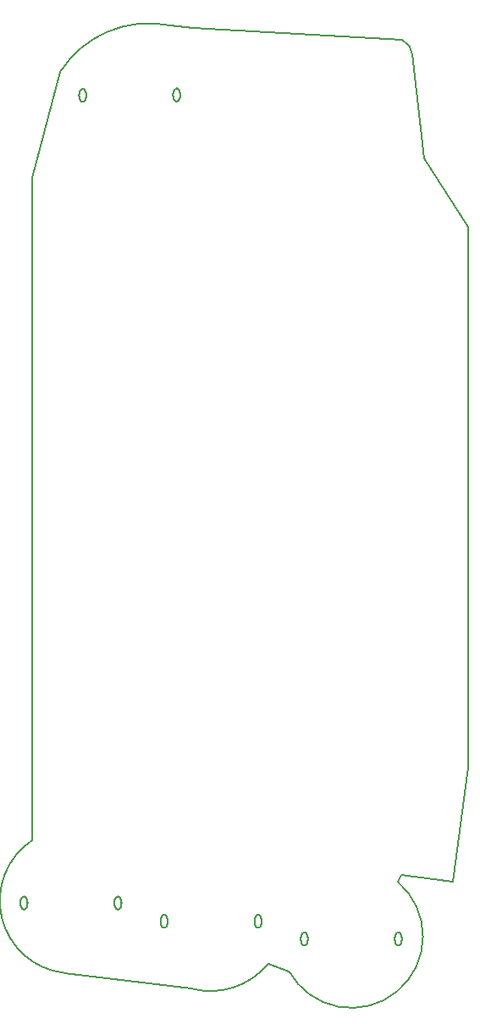
<source format=gbr>
G04 DipTrace 3.2.0.1*
G04 BoardOutline.gbr*
%MOIN*%
G04 #@! TF.FileFunction,Profile*
G04 #@! TF.Part,Single*
%ADD11C,0.005512*%
%FSLAX26Y26*%
G04*
G70*
G90*
G75*
G01*
G04 BoardOutline*
%LPD*%
X2239241Y2658000D2*
D11*
Y1341000D1*
X2179241Y891000D1*
X1975241Y918000D1*
X1960241Y891000D1*
G02X1532241Y539000I-181686J-215291D01*
G01*
X1450241Y567000D1*
G02X1149241Y470000I-226568J187545D01*
G01*
X647241Y532000D1*
G02X520241Y1053000I32523J283907D01*
G01*
Y3660000D1*
X632241Y4079000D1*
G02X1063241Y4261000I349006J-225159D01*
G01*
X1155241Y4250000D1*
X1978241Y4203000D1*
G02X2017241Y4149000I-23472J-58035D01*
G01*
X2065241Y3738000D1*
X2239241Y3468000D1*
Y2658000D1*
X1076241Y3987500D2*
X1076275Y3989279D1*
X1076377Y3991049D1*
X1076547Y3992802D1*
X1076783Y3994529D1*
X1077085Y3996222D1*
X1077451Y3997872D1*
X1077879Y3999472D1*
X1078368Y4001013D1*
X1078915Y4002489D1*
X1079516Y4003891D1*
X1080170Y4005214D1*
X1080873Y4006450D1*
X1081621Y4007594D1*
X1082412Y4008641D1*
X1083241Y4009584D1*
X1084104Y4010419D1*
X1084996Y4011143D1*
X1085915Y4011752D1*
X1086854Y4012243D1*
X1087810Y4012613D1*
X1088777Y4012860D1*
X1089752Y4012985D1*
X1090729D1*
X1091704Y4012860D1*
X1092672Y4012613D1*
X1093628Y4012243D1*
X1094567Y4011752D1*
X1095485Y4011143D1*
X1096378Y4010419D1*
X1097241Y4009584D1*
X1098069Y4008641D1*
X1098860Y4007594D1*
X1099609Y4006450D1*
X1100312Y4005214D1*
X1100965Y4003891D1*
X1101567Y4002489D1*
X1102113Y4001013D1*
X1102602Y3999472D1*
X1103030Y3997872D1*
X1103396Y3996222D1*
X1103698Y3994529D1*
X1103935Y3992802D1*
X1104104Y3991049D1*
X1104207Y3989279D1*
X1104241Y3987500D1*
X1104207Y3985721D1*
X1104104Y3983951D1*
X1103935Y3982198D1*
X1103698Y3980471D1*
X1103396Y3978779D1*
X1103030Y3977128D1*
X1102602Y3975529D1*
X1102113Y3973987D1*
X1101567Y3972512D1*
X1100965Y3971109D1*
X1100312Y3969786D1*
X1099609Y3968550D1*
X1098860Y3967406D1*
X1098069Y3966360D1*
X1097241Y3965417D1*
X1096378Y3964581D1*
X1095485Y3963857D1*
X1094567Y3963248D1*
X1093628Y3962758D1*
X1092672Y3962388D1*
X1091704Y3962140D1*
X1090729Y3962016D1*
X1089752D1*
X1088777Y3962140D1*
X1087810Y3962388D1*
X1086854Y3962758D1*
X1085915Y3963248D1*
X1084996Y3963857D1*
X1084104Y3964581D1*
X1083241Y3965417D1*
X1082412Y3966360D1*
X1081621Y3967406D1*
X1080873Y3968550D1*
X1080170Y3969786D1*
X1079516Y3971109D1*
X1078915Y3972512D1*
X1078368Y3973987D1*
X1077879Y3975529D1*
X1077451Y3977128D1*
X1077085Y3978779D1*
X1076783Y3980471D1*
X1076547Y3982198D1*
X1076377Y3983951D1*
X1076275Y3985721D1*
X1076241Y3987500D1*
X706241Y3986500D2*
X706275Y3988279D1*
X706377Y3990049D1*
X706547Y3991802D1*
X706783Y3993529D1*
X707085Y3995222D1*
X707451Y3996872D1*
X707879Y3998472D1*
X708368Y4000013D1*
X708915Y4001489D1*
X709516Y4002891D1*
X710170Y4004214D1*
X710873Y4005450D1*
X711621Y4006594D1*
X712412Y4007641D1*
X713241Y4008584D1*
X714104Y4009419D1*
X714996Y4010143D1*
X715915Y4010752D1*
X716854Y4011243D1*
X717810Y4011613D1*
X718777Y4011860D1*
X719752Y4011985D1*
X720729D1*
X721704Y4011860D1*
X722672Y4011613D1*
X723628Y4011243D1*
X724567Y4010752D1*
X725485Y4010143D1*
X726378Y4009419D1*
X727241Y4008584D1*
X728069Y4007641D1*
X728860Y4006594D1*
X729609Y4005450D1*
X730312Y4004214D1*
X730965Y4002891D1*
X731567Y4001489D1*
X732113Y4000013D1*
X732602Y3998472D1*
X733030Y3996872D1*
X733396Y3995222D1*
X733698Y3993529D1*
X733935Y3991802D1*
X734104Y3990049D1*
X734207Y3988279D1*
X734241Y3986500D1*
X734207Y3984721D1*
X734104Y3982951D1*
X733935Y3981198D1*
X733698Y3979471D1*
X733396Y3977779D1*
X733030Y3976128D1*
X732602Y3974529D1*
X732113Y3972987D1*
X731567Y3971512D1*
X730965Y3970109D1*
X730312Y3968786D1*
X729609Y3967550D1*
X728860Y3966406D1*
X728069Y3965360D1*
X727241Y3964417D1*
X726378Y3963581D1*
X725485Y3962857D1*
X724567Y3962248D1*
X723628Y3961758D1*
X722672Y3961388D1*
X721704Y3961140D1*
X720729Y3961016D1*
X719752D1*
X718777Y3961140D1*
X717810Y3961388D1*
X716854Y3961758D1*
X715915Y3962248D1*
X714996Y3962857D1*
X714104Y3963581D1*
X713241Y3964417D1*
X712412Y3965360D1*
X711621Y3966406D1*
X710873Y3967550D1*
X710170Y3968786D1*
X709516Y3970109D1*
X708915Y3971512D1*
X708368Y3972987D1*
X707879Y3974529D1*
X707451Y3976128D1*
X707085Y3977779D1*
X706783Y3979471D1*
X706547Y3981198D1*
X706377Y3982951D1*
X706275Y3984721D1*
X706241Y3986500D1*
X845241Y807500D2*
X845275Y809279D1*
X845377Y811049D1*
X845547Y812802D1*
X845783Y814529D1*
X846085Y816222D1*
X846451Y817872D1*
X846879Y819472D1*
X847368Y821013D1*
X847915Y822489D1*
X848516Y823891D1*
X849170Y825214D1*
X849873Y826450D1*
X850621Y827594D1*
X851412Y828641D1*
X852241Y829584D1*
X853104Y830419D1*
X853996Y831143D1*
X854915Y831752D1*
X855854Y832243D1*
X856810Y832613D1*
X857777Y832860D1*
X858752Y832985D1*
X859729D1*
X860704Y832860D1*
X861672Y832613D1*
X862628Y832243D1*
X863567Y831752D1*
X864485Y831143D1*
X865378Y830419D1*
X866241Y829584D1*
X867069Y828641D1*
X867860Y827594D1*
X868609Y826450D1*
X869312Y825214D1*
X869965Y823891D1*
X870567Y822489D1*
X871113Y821013D1*
X871602Y819472D1*
X872030Y817872D1*
X872396Y816222D1*
X872698Y814529D1*
X872935Y812802D1*
X873104Y811049D1*
X873207Y809279D1*
X873241Y807500D1*
X873207Y805721D1*
X873104Y803951D1*
X872935Y802198D1*
X872698Y800471D1*
X872396Y798779D1*
X872030Y797128D1*
X871602Y795529D1*
X871113Y793987D1*
X870567Y792512D1*
X869965Y791109D1*
X869312Y789786D1*
X868609Y788550D1*
X867860Y787406D1*
X867069Y786360D1*
X866241Y785417D1*
X865378Y784581D1*
X864485Y783857D1*
X863567Y783248D1*
X862628Y782758D1*
X861672Y782388D1*
X860704Y782140D1*
X859729Y782016D1*
X858752D1*
X857777Y782140D1*
X856810Y782388D1*
X855854Y782758D1*
X854915Y783248D1*
X853996Y783857D1*
X853104Y784581D1*
X852241Y785417D1*
X851412Y786360D1*
X850621Y787406D1*
X849873Y788550D1*
X849170Y789786D1*
X848516Y791109D1*
X847915Y792512D1*
X847368Y793987D1*
X846879Y795529D1*
X846451Y797128D1*
X846085Y798779D1*
X845783Y800471D1*
X845547Y802198D1*
X845377Y803951D1*
X845275Y805721D1*
X845241Y807500D1*
X475241D2*
X475275Y809279D1*
X475377Y811049D1*
X475547Y812802D1*
X475783Y814529D1*
X476085Y816222D1*
X476451Y817872D1*
X476879Y819472D1*
X477368Y821013D1*
X477915Y822489D1*
X478516Y823891D1*
X479170Y825214D1*
X479873Y826450D1*
X480621Y827594D1*
X481412Y828641D1*
X482241Y829584D1*
X483104Y830419D1*
X483996Y831143D1*
X484915Y831752D1*
X485854Y832243D1*
X486810Y832613D1*
X487777Y832860D1*
X488752Y832985D1*
X489729D1*
X490704Y832860D1*
X491672Y832613D1*
X492628Y832243D1*
X493567Y831752D1*
X494485Y831143D1*
X495378Y830419D1*
X496241Y829584D1*
X497069Y828641D1*
X497860Y827594D1*
X498609Y826450D1*
X499312Y825214D1*
X499965Y823891D1*
X500567Y822489D1*
X501113Y821013D1*
X501602Y819472D1*
X502030Y817872D1*
X502396Y816222D1*
X502698Y814529D1*
X502935Y812802D1*
X503104Y811049D1*
X503207Y809279D1*
X503241Y807500D1*
X503207Y805721D1*
X503104Y803951D1*
X502935Y802198D1*
X502698Y800471D1*
X502396Y798779D1*
X502030Y797128D1*
X501602Y795529D1*
X501113Y793987D1*
X500567Y792512D1*
X499965Y791109D1*
X499312Y789786D1*
X498609Y788550D1*
X497860Y787406D1*
X497069Y786360D1*
X496241Y785417D1*
X495378Y784581D1*
X494485Y783857D1*
X493567Y783248D1*
X492628Y782758D1*
X491672Y782388D1*
X490704Y782140D1*
X489729Y782016D1*
X488752D1*
X487777Y782140D1*
X486810Y782388D1*
X485854Y782758D1*
X484915Y783248D1*
X483996Y783857D1*
X483104Y784581D1*
X482241Y785417D1*
X481412Y786360D1*
X480621Y787406D1*
X479873Y788550D1*
X479170Y789786D1*
X478516Y791109D1*
X477915Y792512D1*
X477368Y793987D1*
X476879Y795529D1*
X476451Y797128D1*
X476085Y798779D1*
X475783Y800471D1*
X475547Y802198D1*
X475377Y803951D1*
X475275Y805721D1*
X475241Y807500D1*
X1949241Y666500D2*
X1949275Y668279D1*
X1949377Y670049D1*
X1949547Y671802D1*
X1949783Y673529D1*
X1950085Y675222D1*
X1950451Y676872D1*
X1950879Y678472D1*
X1951368Y680013D1*
X1951915Y681489D1*
X1952516Y682891D1*
X1953170Y684214D1*
X1953873Y685450D1*
X1954621Y686594D1*
X1955412Y687641D1*
X1956241Y688584D1*
X1957104Y689419D1*
X1957996Y690143D1*
X1958915Y690752D1*
X1959854Y691243D1*
X1960810Y691613D1*
X1961777Y691860D1*
X1962752Y691985D1*
X1963729D1*
X1964704Y691860D1*
X1965672Y691613D1*
X1966628Y691243D1*
X1967567Y690752D1*
X1968485Y690143D1*
X1969378Y689419D1*
X1970241Y688584D1*
X1971069Y687641D1*
X1971860Y686594D1*
X1972609Y685450D1*
X1973312Y684214D1*
X1973965Y682891D1*
X1974567Y681489D1*
X1975113Y680013D1*
X1975602Y678472D1*
X1976030Y676872D1*
X1976396Y675222D1*
X1976698Y673529D1*
X1976935Y671802D1*
X1977104Y670049D1*
X1977207Y668279D1*
X1977241Y666500D1*
X1977207Y664721D1*
X1977104Y662951D1*
X1976935Y661198D1*
X1976698Y659471D1*
X1976396Y657779D1*
X1976030Y656128D1*
X1975602Y654529D1*
X1975113Y652987D1*
X1974567Y651512D1*
X1973965Y650109D1*
X1973312Y648786D1*
X1972609Y647550D1*
X1971860Y646406D1*
X1971069Y645360D1*
X1970241Y644417D1*
X1969378Y643581D1*
X1968485Y642857D1*
X1967567Y642248D1*
X1966628Y641758D1*
X1965672Y641388D1*
X1964704Y641140D1*
X1963729Y641016D1*
X1962752D1*
X1961777Y641140D1*
X1960810Y641388D1*
X1959854Y641758D1*
X1958915Y642248D1*
X1957996Y642857D1*
X1957104Y643581D1*
X1956241Y644417D1*
X1955412Y645360D1*
X1954621Y646406D1*
X1953873Y647550D1*
X1953170Y648786D1*
X1952516Y650109D1*
X1951915Y651512D1*
X1951368Y652987D1*
X1950879Y654529D1*
X1950451Y656128D1*
X1950085Y657779D1*
X1949783Y659471D1*
X1949547Y661198D1*
X1949377Y662951D1*
X1949275Y664721D1*
X1949241Y666500D1*
X1579241D2*
X1579275Y668279D1*
X1579377Y670049D1*
X1579547Y671802D1*
X1579783Y673529D1*
X1580085Y675222D1*
X1580451Y676872D1*
X1580879Y678472D1*
X1581368Y680013D1*
X1581915Y681489D1*
X1582516Y682891D1*
X1583170Y684214D1*
X1583873Y685450D1*
X1584621Y686594D1*
X1585412Y687641D1*
X1586241Y688584D1*
X1587104Y689419D1*
X1587996Y690143D1*
X1588915Y690752D1*
X1589854Y691243D1*
X1590810Y691613D1*
X1591777Y691860D1*
X1592752Y691985D1*
X1593729D1*
X1594704Y691860D1*
X1595672Y691613D1*
X1596628Y691243D1*
X1597567Y690752D1*
X1598485Y690143D1*
X1599378Y689419D1*
X1600241Y688584D1*
X1601069Y687641D1*
X1601860Y686594D1*
X1602609Y685450D1*
X1603312Y684214D1*
X1603965Y682891D1*
X1604567Y681489D1*
X1605113Y680013D1*
X1605602Y678472D1*
X1606030Y676872D1*
X1606396Y675222D1*
X1606698Y673529D1*
X1606935Y671802D1*
X1607104Y670049D1*
X1607207Y668279D1*
X1607241Y666500D1*
X1607207Y664721D1*
X1607104Y662951D1*
X1606935Y661198D1*
X1606698Y659471D1*
X1606396Y657779D1*
X1606030Y656128D1*
X1605602Y654529D1*
X1605113Y652987D1*
X1604567Y651512D1*
X1603965Y650109D1*
X1603312Y648786D1*
X1602609Y647550D1*
X1601860Y646406D1*
X1601069Y645360D1*
X1600241Y644417D1*
X1599378Y643581D1*
X1598485Y642857D1*
X1597567Y642248D1*
X1596628Y641758D1*
X1595672Y641388D1*
X1594704Y641140D1*
X1593729Y641016D1*
X1592752D1*
X1591777Y641140D1*
X1590810Y641388D1*
X1589854Y641758D1*
X1588915Y642248D1*
X1587996Y642857D1*
X1587104Y643581D1*
X1586241Y644417D1*
X1585412Y645360D1*
X1584621Y646406D1*
X1583873Y647550D1*
X1583170Y648786D1*
X1582516Y650109D1*
X1581915Y651512D1*
X1581368Y652987D1*
X1580879Y654529D1*
X1580451Y656128D1*
X1580085Y657779D1*
X1579783Y659471D1*
X1579547Y661198D1*
X1579377Y662951D1*
X1579275Y664721D1*
X1579241Y666500D1*
X1027241Y735500D2*
X1027275Y737279D1*
X1027377Y739049D1*
X1027547Y740802D1*
X1027783Y742529D1*
X1028085Y744222D1*
X1028451Y745872D1*
X1028879Y747472D1*
X1029368Y749013D1*
X1029915Y750489D1*
X1030516Y751891D1*
X1031170Y753214D1*
X1031873Y754450D1*
X1032621Y755594D1*
X1033412Y756641D1*
X1034241Y757584D1*
X1035104Y758419D1*
X1035996Y759143D1*
X1036915Y759752D1*
X1037854Y760243D1*
X1038810Y760613D1*
X1039777Y760860D1*
X1040752Y760985D1*
X1041729D1*
X1042704Y760860D1*
X1043672Y760613D1*
X1044628Y760243D1*
X1045567Y759752D1*
X1046485Y759143D1*
X1047378Y758419D1*
X1048241Y757584D1*
X1049069Y756641D1*
X1049860Y755594D1*
X1050609Y754450D1*
X1051312Y753214D1*
X1051965Y751891D1*
X1052567Y750489D1*
X1053113Y749013D1*
X1053602Y747472D1*
X1054030Y745872D1*
X1054396Y744222D1*
X1054698Y742529D1*
X1054935Y740802D1*
X1055104Y739049D1*
X1055207Y737279D1*
X1055241Y735500D1*
X1055207Y733721D1*
X1055104Y731951D1*
X1054935Y730198D1*
X1054698Y728471D1*
X1054396Y726779D1*
X1054030Y725128D1*
X1053602Y723529D1*
X1053113Y721987D1*
X1052567Y720512D1*
X1051965Y719109D1*
X1051312Y717786D1*
X1050609Y716550D1*
X1049860Y715406D1*
X1049069Y714360D1*
X1048241Y713417D1*
X1047378Y712581D1*
X1046485Y711857D1*
X1045567Y711248D1*
X1044628Y710758D1*
X1043672Y710388D1*
X1042704Y710140D1*
X1041729Y710016D1*
X1040752D1*
X1039777Y710140D1*
X1038810Y710388D1*
X1037854Y710758D1*
X1036915Y711248D1*
X1035996Y711857D1*
X1035104Y712581D1*
X1034241Y713417D1*
X1033412Y714360D1*
X1032621Y715406D1*
X1031873Y716550D1*
X1031170Y717786D1*
X1030516Y719109D1*
X1029915Y720512D1*
X1029368Y721987D1*
X1028879Y723529D1*
X1028451Y725128D1*
X1028085Y726779D1*
X1027783Y728471D1*
X1027547Y730198D1*
X1027377Y731951D1*
X1027275Y733721D1*
X1027241Y735500D1*
X1397241D2*
X1397275Y737279D1*
X1397377Y739049D1*
X1397547Y740802D1*
X1397783Y742529D1*
X1398085Y744222D1*
X1398451Y745872D1*
X1398879Y747472D1*
X1399368Y749013D1*
X1399915Y750489D1*
X1400516Y751891D1*
X1401170Y753214D1*
X1401873Y754450D1*
X1402621Y755594D1*
X1403412Y756641D1*
X1404241Y757584D1*
X1405104Y758419D1*
X1405996Y759143D1*
X1406915Y759752D1*
X1407854Y760243D1*
X1408810Y760613D1*
X1409777Y760860D1*
X1410752Y760985D1*
X1411729D1*
X1412704Y760860D1*
X1413672Y760613D1*
X1414628Y760243D1*
X1415567Y759752D1*
X1416485Y759143D1*
X1417378Y758419D1*
X1418241Y757584D1*
X1419069Y756641D1*
X1419860Y755594D1*
X1420609Y754450D1*
X1421312Y753214D1*
X1421965Y751891D1*
X1422567Y750489D1*
X1423113Y749013D1*
X1423602Y747472D1*
X1424030Y745872D1*
X1424396Y744222D1*
X1424698Y742529D1*
X1424935Y740802D1*
X1425104Y739049D1*
X1425207Y737279D1*
X1425241Y735500D1*
X1425207Y733721D1*
X1425104Y731951D1*
X1424935Y730198D1*
X1424698Y728471D1*
X1424396Y726779D1*
X1424030Y725128D1*
X1423602Y723529D1*
X1423113Y721987D1*
X1422567Y720512D1*
X1421965Y719109D1*
X1421312Y717786D1*
X1420609Y716550D1*
X1419860Y715406D1*
X1419069Y714360D1*
X1418241Y713417D1*
X1417378Y712581D1*
X1416485Y711857D1*
X1415567Y711248D1*
X1414628Y710758D1*
X1413672Y710388D1*
X1412704Y710140D1*
X1411729Y710016D1*
X1410752D1*
X1409777Y710140D1*
X1408810Y710388D1*
X1407854Y710758D1*
X1406915Y711248D1*
X1405996Y711857D1*
X1405104Y712581D1*
X1404241Y713417D1*
X1403412Y714360D1*
X1402621Y715406D1*
X1401873Y716550D1*
X1401170Y717786D1*
X1400516Y719109D1*
X1399915Y720512D1*
X1399368Y721987D1*
X1398879Y723529D1*
X1398451Y725128D1*
X1398085Y726779D1*
X1397783Y728471D1*
X1397547Y730198D1*
X1397377Y731951D1*
X1397275Y733721D1*
X1397241Y735500D1*
M02*

</source>
